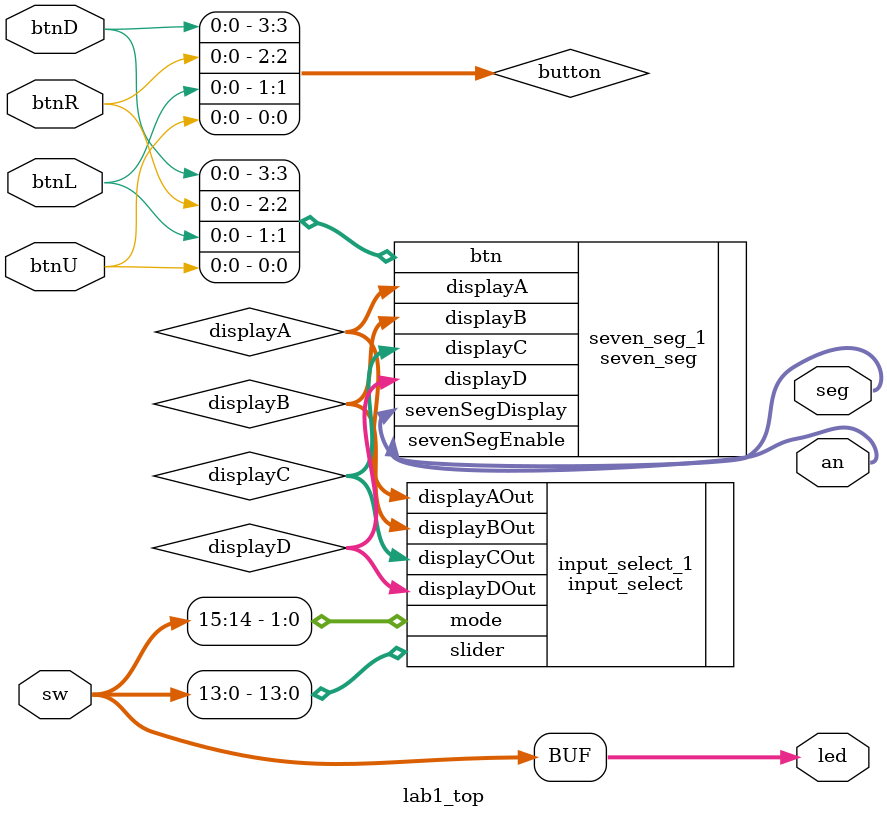
<source format=v>
`timescale 1ns / 1ps


module lab1_top(
    input [15:0] sw, //Switches 0-15
    input btnU, //Up Button
    input btnL, //Left Button
    input btnR, //Right Button
    input btnD, //Down Button
    output [15:0] led, //LED 0-15
    output [6:0] seg, //Seven Segment Display LED 0-6
    output [3:0] an //Seven Segment Display Enable 0-3
    );
    
    wire [3:0] displayA, displayB, displayC, displayD; //Current number to display on each display
    
    wire [3:0] button; //Wire consisting of all button inputs
    assign button[0] = btnU;
    assign button[1] = btnL;
    assign button[2] = btnR;
    assign button[3] = btnD;
    
    //Module instantiations
    input_select input_select_1 (.mode(sw[15:14]), .slider(sw[13:0]), .displayAOut(displayA), .displayBOut(displayB), .displayCOut(displayC), .displayDOut(displayD));
    seven_seg seven_seg_1(.displayA(displayA), .displayB(displayB), .displayC(displayC), .displayD(displayD), .btn(button), .sevenSegDisplay(seg), .sevenSegEnable(an));
    
    assign led[15:0] = sw[15:0]; //LEDs turn on with corresponding switch   
    
endmodule

</source>
